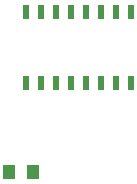
<source format=gtp>
%FSLAX24Y24*%
%MOIN*%
G70*
G01*
G75*
G04 Layer_Color=8421504*
%ADD10R,0.0400X0.0500*%
%ADD11R,0.0200X0.0500*%
%ADD12C,0.0236*%
%ADD13C,0.0315*%
%ADD14R,0.1200X0.1200*%
%ADD15C,0.1200*%
%ADD16O,0.0787X0.0591*%
%ADD17O,0.1500X0.0700*%
%ADD18R,0.1500X0.0700*%
%ADD19C,0.0700*%
%ADD20C,0.2362*%
%ADD21C,0.0620*%
%ADD22C,0.0500*%
%ADD23R,0.0500X0.0400*%
%ADD24C,0.0787*%
%ADD25C,0.1181*%
%ADD26C,0.0984*%
%ADD27C,0.0591*%
G54D10*
X-27550Y-4160D02*
D03*
X-28350D02*
D03*
G54D11*
X-27800Y1181D02*
D03*
X-27300D02*
D03*
X-26300D02*
D03*
X-26800D02*
D03*
X-25300D02*
D03*
X-25800D02*
D03*
X-24300D02*
D03*
X-24800D02*
D03*
Y-1180D02*
D03*
X-24300D02*
D03*
X-25800D02*
D03*
X-25300D02*
D03*
X-26800D02*
D03*
X-26300D02*
D03*
X-27300D02*
D03*
X-27800D02*
D03*
M02*

</source>
